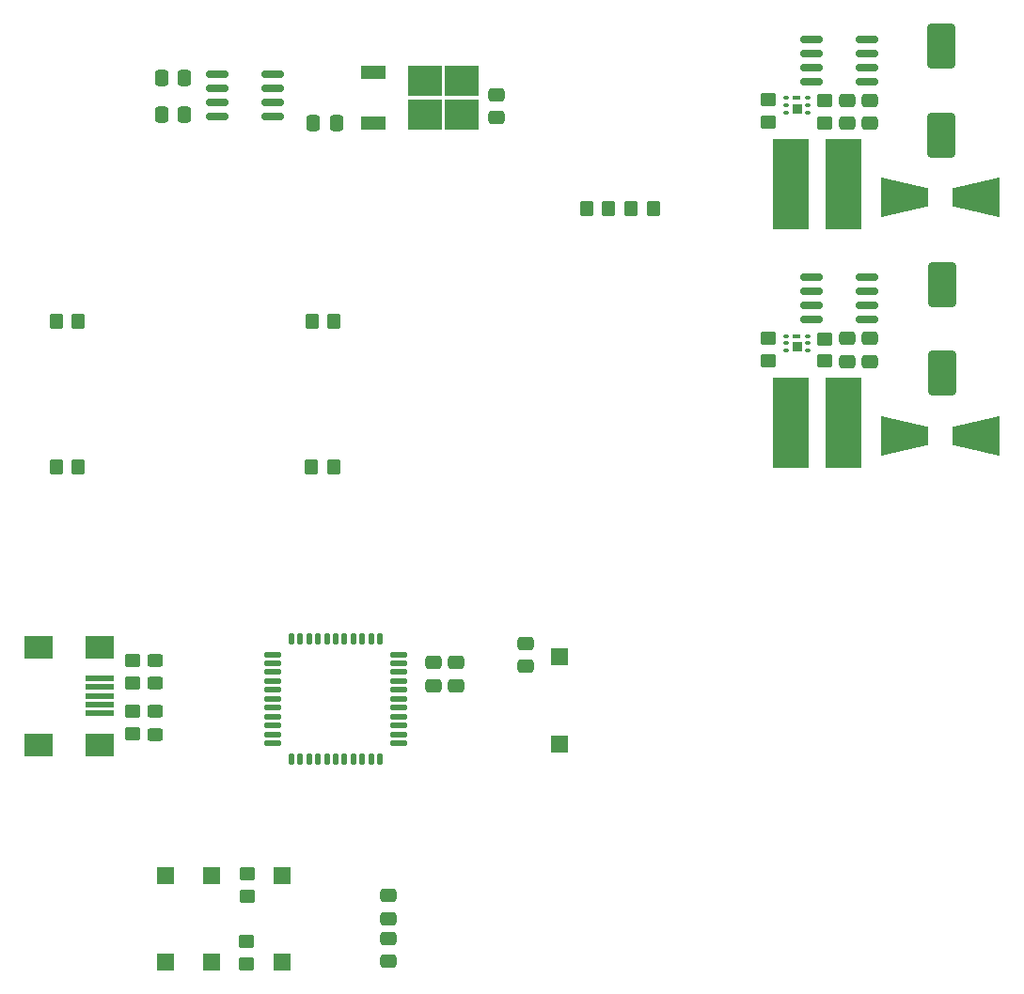
<source format=gbr>
%TF.GenerationSoftware,KiCad,Pcbnew,6.0.7+dfsg-1~bpo11+1*%
%TF.CreationDate,2022-09-15T22:54:34-04:00*%
%TF.ProjectId,COMPLETE_PCB,434f4d50-4c45-4544-955f-5043422e6b69,rev?*%
%TF.SameCoordinates,Original*%
%TF.FileFunction,Paste,Top*%
%TF.FilePolarity,Positive*%
%FSLAX46Y46*%
G04 Gerber Fmt 4.6, Leading zero omitted, Abs format (unit mm)*
G04 Created by KiCad (PCBNEW 6.0.7+dfsg-1~bpo11+1) date 2022-09-15 22:54:34*
%MOMM*%
%LPD*%
G01*
G04 APERTURE LIST*
G04 Aperture macros list*
%AMRoundRect*
0 Rectangle with rounded corners*
0 $1 Rounding radius*
0 $2 $3 $4 $5 $6 $7 $8 $9 X,Y pos of 4 corners*
0 Add a 4 corners polygon primitive as box body*
4,1,4,$2,$3,$4,$5,$6,$7,$8,$9,$2,$3,0*
0 Add four circle primitives for the rounded corners*
1,1,$1+$1,$2,$3*
1,1,$1+$1,$4,$5*
1,1,$1+$1,$6,$7*
1,1,$1+$1,$8,$9*
0 Add four rect primitives between the rounded corners*
20,1,$1+$1,$2,$3,$4,$5,0*
20,1,$1+$1,$4,$5,$6,$7,0*
20,1,$1+$1,$6,$7,$8,$9,0*
20,1,$1+$1,$8,$9,$2,$3,0*%
%AMOutline4P*
0 Free polygon, 4 corners , with rotation*
0 The origin of the aperture is its center*
0 number of corners: always 4*
0 $1 to $8 corner X, Y*
0 $9 Rotation angle, in degrees counterclockwise*
0 create outline with 4 corners*
4,1,4,$1,$2,$3,$4,$5,$6,$7,$8,$1,$2,$9*%
G04 Aperture macros list end*
%ADD10R,1.500000X1.500000*%
%ADD11RoundRect,0.250000X-0.450000X0.325000X-0.450000X-0.325000X0.450000X-0.325000X0.450000X0.325000X0*%
%ADD12RoundRect,0.250000X-0.475000X0.337500X-0.475000X-0.337500X0.475000X-0.337500X0.475000X0.337500X0*%
%ADD13RoundRect,0.250000X-0.450000X0.350000X-0.450000X-0.350000X0.450000X-0.350000X0.450000X0.350000X0*%
%ADD14RoundRect,0.250000X0.475000X-0.337500X0.475000X0.337500X-0.475000X0.337500X-0.475000X-0.337500X0*%
%ADD15RoundRect,0.137500X0.137500X-0.362500X0.137500X0.362500X-0.137500X0.362500X-0.137500X-0.362500X0*%
%ADD16RoundRect,0.137500X0.600000X-0.137500X0.600000X0.137500X-0.600000X0.137500X-0.600000X-0.137500X0*%
%ADD17RoundRect,0.250000X0.450000X-0.350000X0.450000X0.350000X-0.450000X0.350000X-0.450000X-0.350000X0*%
%ADD18RoundRect,0.250000X0.450000X-0.325000X0.450000X0.325000X-0.450000X0.325000X-0.450000X-0.325000X0*%
%ADD19R,2.500000X0.500000*%
%ADD20R,2.500000X2.000000*%
%ADD21R,3.050000X2.750000*%
%ADD22R,2.200000X1.200000*%
%ADD23RoundRect,0.250000X0.337500X0.475000X-0.337500X0.475000X-0.337500X-0.475000X0.337500X-0.475000X0*%
%ADD24RoundRect,0.250000X-0.350000X-0.450000X0.350000X-0.450000X0.350000X0.450000X-0.350000X0.450000X0*%
%ADD25RoundRect,0.250000X0.350000X0.450000X-0.350000X0.450000X-0.350000X-0.450000X0.350000X-0.450000X0*%
%ADD26RoundRect,0.150000X-0.825000X-0.150000X0.825000X-0.150000X0.825000X0.150000X-0.825000X0.150000X0*%
%ADD27RoundRect,0.049880X0.300120X0.095120X-0.300120X0.095120X-0.300120X-0.095120X0.300120X-0.095120X0*%
%ADD28RoundRect,0.049880X0.400120X0.380120X-0.400120X0.380120X-0.400120X-0.380120X0.400120X-0.380120X0*%
%ADD29RoundRect,0.050100X0.174900X0.099900X-0.174900X0.099900X-0.174900X-0.099900X0.174900X-0.099900X0*%
%ADD30RoundRect,0.150000X0.825000X0.150000X-0.825000X0.150000X-0.825000X-0.150000X0.825000X-0.150000X0*%
%ADD31R,3.300000X8.200000*%
%ADD32RoundRect,0.250000X1.000000X-1.750000X1.000000X1.750000X-1.000000X1.750000X-1.000000X-1.750000X0*%
%ADD33Outline4P,-2.150000X-1.800000X2.150000X-0.800000X2.150000X0.800000X-2.150000X1.800000X180.000000*%
%ADD34Outline4P,-2.150000X-1.800000X2.150000X-0.800000X2.150000X0.800000X-2.150000X1.800000X0.000000*%
G04 APERTURE END LIST*
D10*
%TO.C,SW2*%
X46225600Y-106344299D03*
X46225600Y-114144299D03*
%TD*%
D11*
%TO.C,D4*%
X41117400Y-91570899D03*
X41117400Y-93620899D03*
%TD*%
D12*
%TO.C,C6*%
X74471200Y-85416599D03*
X74471200Y-87491599D03*
%TD*%
%TO.C,C1*%
X66161200Y-87176599D03*
X66161200Y-89251599D03*
%TD*%
D13*
%TO.C,R6*%
X49400600Y-108196299D03*
X49400600Y-106196299D03*
%TD*%
D14*
%TO.C,C11*%
X62151400Y-108165399D03*
X62151400Y-110240399D03*
%TD*%
D15*
%TO.C,U1*%
X53374600Y-95845699D03*
X54174600Y-95845699D03*
X54974600Y-95845699D03*
X55774600Y-95845699D03*
X56574600Y-95845699D03*
X57374600Y-95845699D03*
X58174600Y-95845699D03*
X58974600Y-95845699D03*
X59774600Y-95845699D03*
X60574600Y-95845699D03*
X61374600Y-95845699D03*
D16*
X63037100Y-94424099D03*
X63037100Y-93624099D03*
X63037100Y-92824099D03*
X63037100Y-92024099D03*
X63037100Y-91224099D03*
X63037100Y-90424099D03*
X63037100Y-89624099D03*
X63037100Y-88824099D03*
X63037100Y-88024099D03*
X63037100Y-87224099D03*
X63037100Y-86424099D03*
D15*
X61374600Y-85002499D03*
X60574600Y-85002499D03*
X59774600Y-85002499D03*
X58974600Y-85002499D03*
X58174600Y-85002499D03*
X57374600Y-85002499D03*
X56574600Y-85002499D03*
X55774600Y-85002499D03*
X54974600Y-85002499D03*
X54174600Y-85002499D03*
X53374600Y-85002499D03*
D16*
X51712100Y-86424099D03*
X51712100Y-87224099D03*
X51712100Y-88024099D03*
X51712100Y-88824099D03*
X51712100Y-89624099D03*
X51712100Y-90424099D03*
X51712100Y-91224099D03*
X51712100Y-92024099D03*
X51712100Y-92824099D03*
X51712100Y-93624099D03*
X51712100Y-94424099D03*
%TD*%
D17*
%TO.C,R10*%
X39110800Y-93579899D03*
X39110800Y-91579899D03*
%TD*%
D12*
%TO.C,C12*%
X62151400Y-114075799D03*
X62151400Y-112000799D03*
%TD*%
D10*
%TO.C,SW1*%
X77566400Y-94463899D03*
X77566400Y-86663899D03*
%TD*%
D18*
%TO.C,D3*%
X41117400Y-88998099D03*
X41117400Y-86948099D03*
%TD*%
D13*
%TO.C,R5*%
X49375200Y-114292299D03*
X49375200Y-112292299D03*
%TD*%
%TO.C,R9*%
X39110800Y-87007899D03*
X39110800Y-89007899D03*
%TD*%
D10*
%TO.C,SW3*%
X42060000Y-106344299D03*
X42060000Y-114144299D03*
%TD*%
%TO.C,SW4*%
X52524800Y-114144299D03*
X52524800Y-106344299D03*
%TD*%
D12*
%TO.C,C8*%
X68181200Y-87176599D03*
X68181200Y-89251599D03*
%TD*%
D19*
%TO.C,J1*%
X36097400Y-88553899D03*
X36097400Y-89353899D03*
X36097400Y-90153899D03*
X36097400Y-90953899D03*
X36097400Y-91753899D03*
D20*
X36097400Y-85753899D03*
X36097400Y-94553899D03*
X30597400Y-94553899D03*
X30597400Y-85753899D03*
%TD*%
D21*
%TO.C,U4*%
X65385000Y-34735000D03*
X68735000Y-34735000D03*
X65385000Y-37785000D03*
X68735000Y-37785000D03*
D22*
X60760000Y-33980000D03*
X60760000Y-38540000D03*
%TD*%
D23*
%TO.C,C5*%
X43747500Y-37760000D03*
X41672500Y-37760000D03*
%TD*%
D24*
%TO.C,R3*%
X32210000Y-56380000D03*
X34210000Y-56380000D03*
%TD*%
%TO.C,R5*%
X32210000Y-69540000D03*
X34210000Y-69540000D03*
%TD*%
%TO.C,R4*%
X55230000Y-56400000D03*
X57230000Y-56400000D03*
%TD*%
D23*
%TO.C,C9*%
X57460000Y-38510000D03*
X55385000Y-38510000D03*
%TD*%
%TO.C,C8*%
X43747500Y-34510000D03*
X41672500Y-34510000D03*
%TD*%
D12*
%TO.C,C12*%
X71885000Y-35972500D03*
X71885000Y-38047500D03*
%TD*%
D25*
%TO.C,R8*%
X85960000Y-46260000D03*
X83960000Y-46260000D03*
%TD*%
D26*
%TO.C,U2*%
X46735000Y-34105000D03*
X46735000Y-35375000D03*
X46735000Y-36645000D03*
X46735000Y-37915000D03*
X51685000Y-37915000D03*
X51685000Y-36645000D03*
X51685000Y-35375000D03*
X51685000Y-34105000D03*
%TD*%
D24*
%TO.C,R6*%
X55200000Y-69550000D03*
X57200000Y-69550000D03*
%TD*%
%TO.C,R7*%
X79960000Y-46260000D03*
X81960000Y-46260000D03*
%TD*%
D12*
%TO.C,Ccomp3*%
X103415000Y-36490673D03*
X103415000Y-38565673D03*
%TD*%
D27*
%TO.C,Q2*%
X98850000Y-36268173D03*
D28*
X98945000Y-37243173D03*
D29*
X99920000Y-37568173D03*
X99920000Y-36918173D03*
X99920000Y-36268173D03*
X97970000Y-36268173D03*
X97970000Y-36918173D03*
X97970000Y-37568173D03*
%TD*%
D12*
%TO.C,Cfilt2*%
X105435000Y-36490673D03*
X105435000Y-38565673D03*
%TD*%
%TO.C,Ccomp2*%
X103417500Y-57963173D03*
X103417500Y-60038173D03*
%TD*%
D28*
%TO.C,Q1*%
X98947500Y-58715673D03*
D27*
X98852500Y-57740673D03*
D29*
X99922500Y-59040673D03*
X99922500Y-58390673D03*
X99922500Y-57740673D03*
X97972500Y-57740673D03*
X97972500Y-58390673D03*
X97972500Y-59040673D03*
%TD*%
D13*
%TO.C,R1*%
X101427500Y-57980673D03*
X101427500Y-59980673D03*
%TD*%
D30*
%TO.C,U4*%
X105190000Y-34793173D03*
X105190000Y-33523173D03*
X105190000Y-32253173D03*
X105190000Y-30983173D03*
X100240000Y-30983173D03*
X100240000Y-32253173D03*
X100240000Y-33523173D03*
X100240000Y-34793173D03*
%TD*%
D31*
%TO.C,L2*%
X98361000Y-44048173D03*
X103061000Y-44048173D03*
%TD*%
D32*
%TO.C,C2*%
X111945000Y-39600673D03*
X111945000Y-31600673D03*
%TD*%
%TO.C,C1*%
X111947500Y-61073173D03*
X111947500Y-53073173D03*
%TD*%
D13*
%TO.C,Rfadj2*%
X96345000Y-36458173D03*
X96345000Y-38458173D03*
%TD*%
D33*
%TO.C,D2*%
X115005000Y-45268173D03*
D34*
X108605000Y-45268173D03*
%TD*%
D12*
%TO.C,Cfilt1*%
X105437500Y-57963173D03*
X105437500Y-60038173D03*
%TD*%
D13*
%TO.C,Rfadj1*%
X96347500Y-57930673D03*
X96347500Y-59930673D03*
%TD*%
%TO.C,R3*%
X101425000Y-36508173D03*
X101425000Y-38508173D03*
%TD*%
D31*
%TO.C,L1*%
X98361000Y-65520673D03*
X103061000Y-65520673D03*
%TD*%
D30*
%TO.C,U3*%
X105192500Y-56265673D03*
X105192500Y-54995673D03*
X105192500Y-53725673D03*
X105192500Y-52455673D03*
X100242500Y-52455673D03*
X100242500Y-53725673D03*
X100242500Y-54995673D03*
X100242500Y-56265673D03*
%TD*%
D33*
%TO.C,D1*%
X115007500Y-66740673D03*
D34*
X108607500Y-66740673D03*
%TD*%
M02*

</source>
